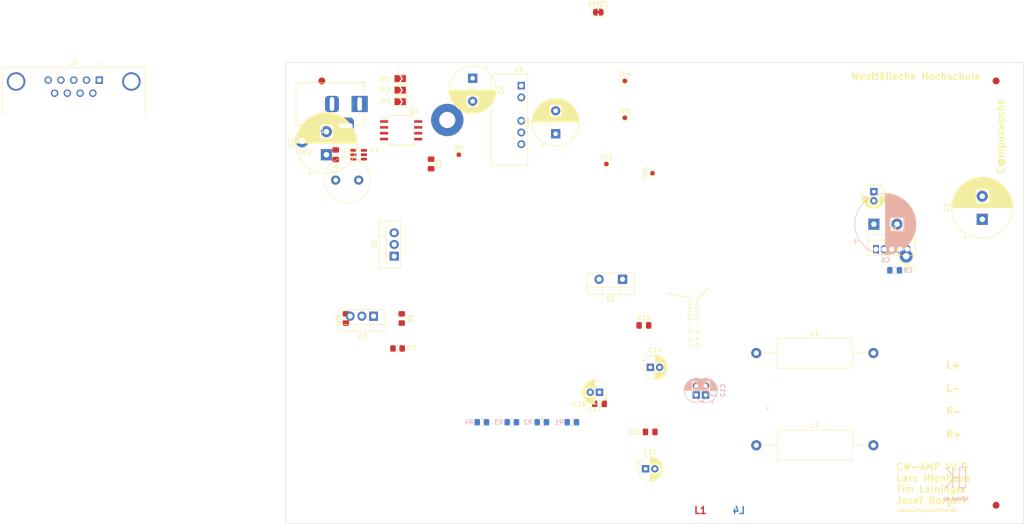
<source format=kicad_pcb>
(kicad_pcb (version 20221018) (generator pcbnew)
  (title_block (comment 4 "AISLER Project ID: ZXJCEKVF"))
  (layers (0 "F.Cu" signal) (31 "B.Cu" signal) (34 "B.Paste" user) (35 "F.Paste" user) (36 "B.SilkS" user "B.Silkscreen") (37 "F.SilkS" user "F.Silkscreen") (38 "B.Mask" user) (39 "F.Mask" user) (44 "Edge.Cuts" user))
  (net 0 "")
  (net 1 "GNDREF")
  (net 2 "Net-(U1-VCAP)")
  (net 3 "V+")
  (net 4 "+5V")
  (net 5 "Net-(U4-+VIN)")
  (net 6 "+5VA")
  (net 7 "Net-(U4--VIN)")
  (net 8 "-5VA")
  (net 9 "/Vin")
  (net 10 "Net-(C11-Pad1)")
  (net 11 "Net-(U4-+VOUT)")
  (net 12 "Net-(U4-Common)")
  (net 13 "Net-(U5-VI)")
  (net 14 "Net-(D1-K)")
  (net 16 "Net-(U2-FB)")
  (net 17 "-5V")
  (net 18 "Net-(U4--VOUT)")
  (net 19 "GND_Input")
  (net 20 "GNDD")
  (net 21 "+12V")
  (net 22 "Net-(U1-GATE)")
  (footprint "Jumper:SolderJumper-2_P1.3mm_Open_TrianglePad1.0x1.5mm" (layer "F.Cu") (at 114.8 61.5)
    (fp_text reference "JP1" (at -3.5 0) (layer "F.SilkS"))
    (fp_text value "Jumper_2_Open")
    (pad "1" smd custom (at -0.725 0) (size 0.3 0.3) (layers "F.Cu" "F.Mask") (net 9 "/Vin") (options (clearance outline) (anchor rect)) (primitives (gr_poly (pts (xy 1 0) (xy 0.5 0.75) (xy -0.5 0.75) (xy -0.5 -0.75) (xy 0.5 -0.75)) (width 0) (fill yes))))
    (pad "2" smd custom (at 0.725 0) (size 0.3 0.3) (layers "F.Cu" "F.Mask") (net 3 "V+") (options (clearance outline) (anchor rect)) (primitives (gr_poly (pts (xy 0.5 0.75) (xy -0.65 0.75) (xy -0.15 0) (xy -0.65 -0.75) (xy 0.5 -0.75)) (width 0) (fill yes))))
  )
  (footprint "MyLib:N-CH-SO-8_5.3x6.2mm_P1.27mm" (layer "F.Cu") (at 115 72.705)
    (fp_text reference "Q1" (at 2.8 -4.13) (layer "F.SilkS"))
    (fp_text value "DMT6012LSS")
    (pad "D" smd rect (at 3.7 -1.905) (size 1.75 0.55) (layers "F.Cu" "F.Paste" "F.Mask") (net 3 "V+"))
    (pad "D" smd rect (at 3.7 -0.635) (size 1.75 0.55) (layers "F.Cu" "F.Paste" "F.Mask") (net 3 "V+"))
    (pad "D" smd rect (at 3.7 0.635) (size 1.75 0.55) (layers "F.Cu" "F.Paste" "F.Mask") (net 3 "V+"))
    (pad "D" smd rect (at 3.7 1.905) (size 1.75 0.55) (layers "F.Cu" "F.Paste" "F.Mask") (net 3 "V+"))
    (pad "G" smd rect (at -3.7 1.905) (size 1.75 0.55) (layers "F.Cu" "F.Paste" "F.Mask") (net 22 "Net-(U1-GATE)"))
    (pad "S" smd rect (at -3.7 -1.905) (size 1.75 0.55) (layers "F.Cu" "F.Paste" "F.Mask") (net 9 "/Vin"))
    (pad "S" smd rect (at -3.7 -0.635) (size 1.75 0.55) (layers "F.Cu" "F.Paste" "F.Mask") (net 9 "/Vin"))
    (pad "S" smd rect (at -3.7 0.635) (size 1.75 0.55) (layers "F.Cu" "F.Paste" "F.Mask") (net 9 "/Vin"))
  )
  (footprint "Connector_BarrelJack:BarrelJack_Horizontal" (layer "F.Cu") (at 106 67)
    (fp_text reference "J1" (at -8.45 5.75) (layer "F.SilkS"))
    (fp_text value "Jack-DC")
    (pad "1" thru_hole rect (at 0 0) (size 3.5 3.5) (drill oval 1 3) (layers "*.Cu" "*.Mask") (net 9 "/Vin"))
    (pad "2" thru_hole roundrect (at -6 0) (size 3 3.5) (drill oval 1 3) (layers "*.Cu" "*.Mask") (net 1 "GNDREF"))
    (pad "3" thru_hole roundrect (at -3 4.7) (size 3.5 3.5) (drill oval 3 1) (layers "*.Cu" "*.Mask"))
  )
  (footprint "Package_TO_SOT_SMD:SOT-23-6" (layer "F.Cu") (at 105.8 78)
    (fp_text reference "U1" (at 3.4 -1) (layer "F.SilkS"))
    (fp_text value "LM74700")
    (pad "1" smd roundrect (at -1.1375 -0.95) (size 1.325 0.6) (layers "F.Cu" "F.Paste" "F.Mask") (net 2 "Net-(U1-VCAP)"))
    (pad "2" smd roundrect (at -1.1375 0) (size 1.325 0.6) (layers "F.Cu" "F.Paste" "F.Mask") (net 1 "GNDREF"))
    (pad "3" smd roundrect (at -1.1375 0.95) (size 1.325 0.6) (layers "F.Cu" "F.Paste" "F.Mask") (net 9 "/Vin"))
    (pad "4" smd roundrect (at 1.1375 0.95) (size 1.325 0.6) (layers "F.Cu" "F.Paste" "F.Mask") (net 3 "V+"))
    (pad "5" smd roundrect (at 1.1375 0) (size 1.325 0.6) (layers "F.Cu" "F.Paste" "F.Mask") (net 22 "Net-(U1-GATE)"))
    (pad "6" smd roundrect (at 1.1375 -0.95) (size 1.325 0.6) (layers "F.Cu" "F.Paste" "F.Mask") (net 9 "/Vin"))
  )
  (footprint "Capacitor_THT:CP_Radial_D5.0mm_P2.00mm" (layer "F.Cu") (at 217.5 86 -90)
    (fp_text reference "C7" (at 1 -3.75 90) (layer "F.SilkS"))
    (fp_text value "4,7µF")
    (pad "1" thru_hole rect (at 0 0 270) (size 1.6 1.6) (drill 0.8) (layers "*.Cu" "*.Mask") (net 5 "Net-(U4-+VIN)"))
    (pad "2" thru_hole circle (at 2 0 270) (size 1.6 1.6) (drill 0.8) (layers "*.Cu" "*.Mask") (net 7 "Net-(U4--VIN)"))
  )
  (footprint "office_amp:SIP-7" (layer "F.Cu") (at 141.05 63.017612 -90)
    (fp_text reference "U4" (at -3.5 0.5 180) (layer "F.SilkS"))
    (fp_text value "TBA_2-2421")
    (pad "1" thru_hole rect (at 0 0 270) (size 1.6 1.6) (drill 1) (layers "*.Cu" "*.Mask") (net 5 "Net-(U4-+VIN)"))
    (pad "2" thru_hole circle (at 2.54 0 270) (size 1.7 1.7) (drill 1) (layers "*.Cu" "*.Mask") (net 7 "Net-(U4--VIN)"))
    (pad "4" thru_hole circle (at 7.62 0 270) (size 1.7 1.7) (drill 1) (layers "*.Cu" "*.Mask") (net 18 "Net-(U4--VOUT)"))
    (pad "5" thru_hole circle (at 10.16 0 270) (size 1.7 1.7) (drill 1) (layers "*.Cu" "*.Mask") (net 12 "Net-(U4-Common)"))
    (pad "6" thru_hole circle (at 12.7 0 270) (size 1.7 1.7) (drill 1) (layers "*.Cu" "*.Mask") (net 11 "Net-(U4-+VOUT)"))
  )
  (footprint "Package_TO_SOT_THT:TO-220-3_Vertical" (layer "F.Cu") (at 113.5 100 90)
    (fp_text reference "U5" (at 2.54 -4.27 90) (layer "F.SilkS"))
    (fp_text value "VXO78012_TO220")
    (pad "1" thru_hole rect (at 0 0 90) (size 1.905 2) (drill 1.1) (layers "*.Cu" "*.Mask") (net 13 "Net-(U5-VI)"))
    (pad "2" thru_hole oval (at 2.54 0 90) (size 1.905 2) (drill 1.1) (layers "*.Cu" "*.Mask") (net 1 "GNDREF"))
    (pad "3" thru_hole oval (at 5.08 0 90) (size 1.905 2) (drill 1.1) (layers "*.Cu" "*.Mask") (net 21 "+12V"))
  )
  (footprint "Capacitor_THT:CP_Radial_D5.0mm_P2.00mm" (layer "F.Cu") (at 168 146.1)
    (fp_text reference "C11" (at 1 -3.75) (layer "F.SilkS"))
    (fp_text value "4,7µF")
    (pad "1" thru_hole rect (at 0 0) (size 1.6 1.6) (drill 0.8) (layers "*.Cu" "*.Mask") (net 10 "Net-(C11-Pad1)"))
    (pad "2" thru_hole circle (at 2 0) (size 1.6 1.6) (drill 0.8) (layers "*.Cu" "*.Mask") (net 1 "GNDREF"))
  )
  (footprint "Capacitor_THT:CP_Radial_D10.0mm_P5.00mm" (layer "F.Cu") (at 130.5 61.417612 -90)
    (fp_text reference "C4" (at 2.5 -6.25 -90) (layer "F.SilkS"))
    (fp_text value "470µF")
    (pad "1" thru_hole rect (at 0 0 270) (size 2 2) (drill 1) (layers "*.Cu" "*.Mask") (net 3 "V+"))
    (pad "2" thru_hole circle (at 5 0 270) (size 2 2) (drill 1) (layers "*.Cu" "*.Mask") (net 1 "GNDREF"))
  )
  (footprint "Capacitor_THT:CP_Radial_D13.0mm_P5.00mm" (layer "F.Cu") (at 241 92 90)
    (fp_text reference "C5" (at 2.5 -7.75 90) (layer "F.SilkS"))
    (fp_text value "1000µF")
    (pad "1" thru_hole rect (at 0 0 90) (size 2.4 2.4) (drill 1.2) (layers "*.Cu" "*.Mask") (net 17 "-5V"))
    (pad "2" thru_hole circle (at 5 0 90) (size 2.4 2.4) (drill 1.2) (layers "*.Cu" "*.Mask") (net 1 "GNDREF"))
  )
  (footprint "Capacitor_THT:CP_Radial_D10.0mm_P5.00mm" (layer "F.Cu") (at 148.5 73.4625 90)
    (fp_text reference "C9" (at 2.5 -6.25 90) (layer "F.SilkS"))
    (fp_text value "470µF")
    (pad "1" thru_hole rect (at 0 0 90) (size 2 2) (drill 1) (layers "*.Cu" "*.Mask") (net 10 "Net-(C11-Pad1)"))
    (pad "2" thru_hole circle (at 5 0 90) (size 2 2) (drill 1) (layers "*.Cu" "*.Mask") (net 1 "GNDREF"))
  )
  (footprint "Package_TO_SOT_THT:TO-220-2_Vertical" (layer "F.Cu") (at 163 105 180)
    (fp_text reference "D1" (at 2.54 -4.27 180) (layer "F.SilkS"))
    (fp_text value "18TQ045")
    (pad "1" thru_hole rect (at 0 0 180) (size 2 2) (drill 1.1) (layers "*.Cu" "*.Mask") (net 14 "Net-(D1-K)"))
    (pad "2" thru_hole oval (at 5.08 0 180) (size 2 2) (drill 1.1) (layers "*.Cu" "*.Mask") (net 17 "-5V"))
  )
  (footprint "Resistor_SMD:R_0805_2012Metric_Pad1.20x1.40mm_HandSolder" (layer "F.Cu") (at 103.025 113.5 90)
    (fp_text reference "R6" (at 0 -1.65 90) (layer "F.SilkS"))
    (fp_text value "0R")
    (pad "1" smd roundrect (at -1 0 90) (size 1.2 1.4) (layers "F.Cu" "F.Paste" "F.Mask") (roundrect_rratio 0.208333) (net 19 "GND_Input"))
    (pad "2" smd roundrect (at 1 0 90) (size 1.2 1.4) (layers "F.Cu" "F.Paste" "F.Mask") (roundrect_rratio 0.208333) (net 12 "Net-(U4-Common)"))
  )
  (footprint "Package_TO_SOT_THT:TO-220-5_Vertical" (layer "F.Cu") (at 217.96 98.5)
    (fp_text reference "U2" (at 3.4 -4.27) (layer "F.SilkS"))
    (fp_text value "LM2576HVT-ADJ")
    (pad "1" thru_hole rect (at 0 0) (size 1.275 1.8) (drill 1.1) (layers "*.Cu" "*.Mask") (net 3 "V+"))
    (pad "2" thru_hole oval (at 1.7 0) (size 1.275 1.8) (drill 1.1) (layers "*.Cu" "*.Mask") (net 14 "Net-(D1-K)"))
    (pad "3" thru_hole oval (at 3.4 0) (size 1.275 1.8) (drill 1.1) (layers "*.Cu" "*.Mask") (net 17 "-5V"))
    (pad "4" thru_hole oval (at 5.1 0) (size 1.275 1.8) (drill 1.1) (layers "*.Cu" "*.Mask") (net 16 "Net-(U2-FB)"))
    (pad "5" thru_hole oval (at 6.8 0) (size 1.275 1.8) (drill 1.1) (layers "*.Cu" "*.Mask") (net 17 "-5V"))
  )
  (footprint "Jumper:SolderJumper-2_P1.3mm_Open_TrianglePad1.0x1.5mm" (layer "F.Cu") (at 114.8 64)
    (fp_text reference "JP2" (at -3.5 0) (layer "F.SilkS"))
    (fp_text value "Jumper_2_Open")
    (pad "1" smd custom (at -0.725 0) (size 0.3 0.3) (layers "F.Cu" "F.Mask") (net 9 "/Vin") (options (clearance outline) (anchor rect)) (primitives (gr_poly (pts (xy 1 0) (xy 0.5 0.75) (xy -0.5 0.75) (xy -0.5 -0.75) (xy 0.5 -0.75)) (width 0) (fill yes))))
    (pad "2" smd custom (at 0.725 0) (size 0.3 0.3) (layers "F.Cu" "F.Mask") (net 3 "V+") (options (clearance outline) (anchor rect)) (primitives (gr_poly (pts (xy 0.5 0.75) (xy -0.65 0.75) (xy -0.15 0) (xy -0.65 -0.75) (xy 0.5 -0.75)) (width 0) (fill yes))))
  )
  (footprint "Capacitor_SMD:C_0805_2012Metric_Pad1.18x1.45mm_HandSolder" (layer "F.Cu") (at 121.5 80 -90)
    (fp_text reference "C3" (at 0 -1.68 -90) (layer "F.SilkS"))
    (fp_text value "100nF")
    (pad "1" smd roundrect (at -1.0375 0 270) (size 1.175 1.45) (layers "F.Cu" "F.Paste" "F.Mask") (roundrect_rratio 0.212766) (net 9 "/Vin"))
    (pad "2" smd roundrect (at 1.0375 0 270) (size 1.175 1.45) (layers "F.Cu" "F.Paste" "F.Mask") (roundrect_rratio 0.212766) (net 2 "Net-(U1-VCAP)"))
  )
  (footprint "Capacitor_SMD:C_0805_2012Metric_Pad1.18x1.45mm_HandSolder" (layer "F.Cu") (at 100.8 78 90)
    (fp_text reference "C1" (at -3.0125 0 90) (layer "F.SilkS"))
    (fp_text value "22nF")
    (pad "1" smd roundrect (at -1.0375 0 90) (size 1.175 1.45) (layers "F.Cu" "F.Paste" "F.Mask") (roundrect_rratio 0.212766) (net 9 "/Vin"))
    (pad "2" smd roundrect (at 1.0375 0 90) (size 1.175 1.45) (layers "F.Cu" "F.Paste" "F.Mask") (roundrect_rratio 0.212766) (net 1 "GNDREF"))
  )
  (footprint "Capacitor_THT:CP_Radial_D13.0mm_P5.00mm" (layer "F.Cu") (at 98.8 78 90)
    (fp_text reference "C2" (at 2.5 -7.75 90) (layer "F.SilkS"))
    (fp_text value "100µF")
    (pad "1" thru_hole rect (at 0 0 90) (size 2.4 2.4) (drill 1.2) (layers "*.Cu" "*.Mask") (net 3 "V+"))
    (pad "2" thru_hole circle (at 5 0 90) (size 2.4 2.4) (drill 1.2) (layers "*.Cu" "*.Mask") (net 1 "GNDREF"))
  )
  (footprint "Resistor_SMD:R_0805_2012Metric_Pad1.20x1.40mm_HandSolder" (layer "F.Cu") (at 115.125 113.5 90)
    (fp_text reference "R5" (at 0 2 90) (layer "F.SilkS"))
    (fp_text value "0R")
    (pad "1" smd roundrect (at -1 0 90) (size 1.2 1.4) (layers "F.Cu" "F.Paste" "F.Mask") (roundrect_rratio 0.208333) (net 6 "+5VA"))
    (pad "2" smd roundrect (at 1 0 90) (size 1.2 1.4) (layers "F.Cu" "F.Paste" "F.Mask") (roundrect_rratio 0.208333) (net 11 "Net-(U4-+VOUT)"))
  )
  (footprint "Resistor_SMD:R_0805_2012Metric_Pad1.20x1.40mm_HandSolder" (layer "F.Cu") (at 114.225 120)
    (fp_text reference "R7" (at 3 0) (layer "F.SilkS"))
    (fp_text value "0R")
    (pad "1" smd roundrect (at -1 0) (size 1.2 1.4) (layers "F.Cu" "F.Paste" "F.Mask") (roundrect_rratio 0.208333) (net 8 "-5VA"))
    (pad "2" smd roundrect (at 1 0) (size 1.2 1.4) (layers "F.Cu" "F.Paste" "F.Mask") (roundrect_rratio 0.208333) (net 18 "Net-(U4--VOUT)"))
  )
  (footprint "Capacitor_THT:CP_Radial_D5.0mm_P2.00mm" (layer "F.Cu") (at 158 129.5 180)
    (fp_text reference "C17" (at 1 -3.75 180) (layer "F.SilkS"))
    (fp_text value "10µF")
    (pad "1" thru_hole rect (at 0 0 180) (size 1.6 1.6) (drill 0.8) (layers "*.Cu" "*.Mask") (net 21 "+12V"))
    (pad "2" thru_hole circle (at 2 0 180) (size 1.6 1.6) (drill 0.8) (layers "*.Cu" "*.Mask") (net 1 "GNDREF"))
  )
  (footprint "Inductor_THT:L_Axial_L16.0mm_D6.3mm_P25.40mm_Horizontal_Fastron_VHBCC" (layer "F.Cu") (at 192 121)
    (fp_text reference "L1" (at 12.7 -4.27) (layer "F.SilkS"))
    (fp_text value "56µH")
    (pad "1" thru_hole circle (at 0 0) (size 2.2 2.2) (drill 1.1) (layers "*.Cu" "*.Mask") (net 14 "Net-(D1-K)"))
    (pad "2" thru_hole oval (at 25.4 0) (size 2.2 2.2) (drill 1.1) (layers "*.Cu" "*.Mask") (net 1 "GNDREF"))
  )
  (footprint "Capacitor_SMD:C_0805_2012Metric_Pad1.18x1.45mm_HandSolder" (layer "F.Cu") (at 169 138.1)
    (fp_text reference "C15" (at -3.427918 0.01) (layer "F.SilkS"))
    (fp_text value "100nF")
    (pad "1" smd roundrect (at -1.0375 0) (size 1.175 1.45) (layers "F.Cu" "F.Paste" "F.Mask") (roundrect_rratio 0.212766) (net 6 "+5VA"))
    (pad "2" smd roundrect (at 1.0375 0) (size 1.175 1.45) (layers "F.Cu" "F.Paste" "F.Mask") (roundrect_rratio 0.212766) (net 19 "GND_Input"))
  )
  (footprint "Capacitor_THT:CP_Radial_D5.0mm_P2.00mm" (layer "F.Cu") (at 169.0375 124.1)
    (fp_text reference "C14" (at 1 -3.75) (layer "F.SilkS"))
    (fp_text value "10µF")
    (pad "1" thru_hole rect (at 0 0) (size 1.6 1.6) (drill 0.8) (layers "*.Cu" "*.Mask") (net 13 "Net-(U5-VI)"))
    (pad "2" thru_hole circle (at 2 0) (size 1.6 1.6) (drill 0.8) (layers "*.Cu" "*.Mask") (net 1 "GNDREF"))
  )
  (footprint "Inductor_THT:L_Axial_L16.0mm_D6.3mm_P25.40mm_Horizontal_Fastron_VHBCC" (layer "F.Cu") (at 192 141)
    (fp_text reference "L2" (at 12.7 -4.27) (layer "F.SilkS"))
    (fp_text value "56µH")
    (pad "1" thru_hole circle (at 0 0) (size 2.2 2.2) (drill 1.1) (layers "*.Cu" "*.Mask") (net 3 "V+"))
    (pad "2" thru_hole oval (at 25.4 0) (size 2.2 2.2) (drill 1.1) (layers "*.Cu" "*.Mask") (net 10 "Net-(C11-Pad1)"))
  )
  (footprint "Capacitor_SMD:C_0805_2012Metric_Pad1.18x1.45mm_HandSolder" (layer "F.Cu") (at 167.632323 115)
    (fp_text reference "C10" (at 0 -1.68) (layer "F.SilkS"))
    (fp_text value "100nF")
    (pad "1" smd roundrect (at -1.0375 0) (size 1.175 1.45) (layers "F.Cu" "F.Paste" "F.Mask") (roundrect_rratio 0.212766) (net 4 "+5V"))
    (pad "2" smd roundrect (at 1.0375 0) (size 1.175 1.45) (layers "F.Cu" "F.Paste" "F.Mask") (roundrect_rratio 0.212766) (net 1 "GNDREF"))
  )
  (footprint "Capacitor_SMD:C_0805_2012Metric_Pad1.18x1.45mm_HandSolder" (layer "F.Cu") (at 158 132 180)
    (fp_text reference "C16" (at 4.3 0) (layer "F.SilkS"))
    (fp_text value "100nF")
    (pad "1" smd roundrect (at -1.0375 0 180) (size 1.175 1.45) (layers "F.Cu" "F.Paste" "F.Mask") (roundrect_rratio 0.212766) (net 19 "GND_Input"))
    (pad "2" smd roundrect (at 1.0375 0 180) (size 1.175 1.45) (layers "F.Cu" "F.Paste" "F.Mask") (roundrect_rratio 0.212766) (net 8 "-5VA"))
  )
  (footprint "Connector_Dsub:DSUB-9_Female_Horizontal_P2.77x2.84mm_EdgePinOffset4.94mm_Housed_MountingHolesOffset7.48mm" (layer "F.Cu") (at 49.55 61.819669)
    (fp_text reference "J2" (at -5.54 -3.7) (layer "F.SilkS"))
    (fp_text value "Conn_01x09_Socket")
    (pad "0" thru_hole circle (at -18.04 0.3) (size 4 4) (drill 3.2) (layers "*.Cu" "*.Mask"))
    (pad "0" thru_hole circle (at 6.96 0.3) (size 4 4) (drill 3.2) (layers "*.Cu" "*.Mask"))
    (pad "1" thru_hole rect (at 0 0) (size 1.6 1.6) (drill 1) (layers "*.Cu" "*.Mask") (net 1 "GNDREF"))
    (pad "2" thru_hole circle (at -2.77 0) (size 1.6 1.6) (drill 1) (layers "*.Cu" "*.Mask") (net 3 "V+"))
    (pad "3" thru_hole circle (at -5.54 0) (size 1.6 1.6) (drill 1) (layers "*.Cu" "*.Mask") (net 21 "+12V"))
    (pad "4" thru_hole circle (at -8.31 0) (size 1.6 1.6) (drill 1) (layers "*.Cu" "*.Mask") (net 4 "+5V"))
    (pad "5" thru_hole circle (at -11.08 0) (size 1.6 1.6) (drill 1) (layers "*.Cu" "*.Mask") (net 17 "-5V"))
    (pad "6" thru_hole circle (at -1.385 2.84) (size 1.6 1.6) (drill 1) (layers "*.Cu" "*.Mask") (net 6 "+5VA"))
    (pad "7" thru_hole circle (at -4.155 2.84) (size 1.6 1.6) (drill 1) (layers "*.Cu" "*.Mask") (net 19 "GND_Input"))
    (pad "8" thru_hole circle (at -6.925 2.84) (size 1.6 1.6) (drill 1) (layers "*.Cu" "*.Mask") (net 8 "-5VA"))
    (pad "9" thru_hole circle (at -9.695 2.84) (size 1.6 1.6) (drill 1) (layers "*.Cu" "*.Mask"))
  )
  (footprint "TestPoint:TestPoint_Loop_D2.60mm_Drill1.4mm_Beaded" (layer "F.Cu") (at 93.5 75)
    (fp_text reference "TP2" (at 0.7 2.5) (layer "F.SilkS"))
    (fp_text value "TestPoint")
    (pad "1" thru_hole circle (at 0 0) (size 2.8 2.8) (drill 1.4) (layers "*.Cu" "*.Mask") (net 1 "GNDREF"))
  )
  (footprint "TestPoint:TestPoint_Loop_D2.60mm_Drill1.4mm_Beaded" (layer "F.Cu") (at 224.5 100)
    (fp_text reference "TP7" (at 0.7 2.5) (layer "F.SilkS"))
    (fp_text value "TestPoint")
    (pad "1" thru_hole circle (at 0 0) (size 2.8 2.8) (drill 1.4) (layers "*.Cu" "*.Mask") (net 19 "GND_Input"))
  )
  (footprint "Jumper:SolderJumper-2_P1.3mm_Open_TrianglePad1.0x1.5mm" (layer "F.Cu") (at 114.8 66.5)
    (fp_text reference "JP3" (at -3.5 0) (layer "F.SilkS"))
    (fp_text value "Jumper_2_Open")
    (pad "1" smd custom (at -0.725 0) (size 0.3 0.3) (layers "F.Cu" "F.Mask") (net 9 "/Vin") (options (clearance outline) (anchor rect)) (primitives (gr_poly (pts (xy 1 0) (xy 0.5 0.75) (xy -0.5 0.75) (xy -0.5 -0.75) (xy 0.5 -0.75)) (width 0) (fill yes))))
    (pad "2" smd custom (at 0.725 0) (size 0.3 0.3) (layers "F.Cu" "F.Mask") (net 3 "V+") (options (clearance outline) (anchor rect)) (primitives (gr_poly (pts (xy 0.5 0.75) (xy -0.65 0.75) (xy -0.15 0) (xy -0.65 -0.75) (xy 0.5 -0.75)) (width 0) (fill yes))))
  )
  (footprint "Fiducial:Fiducial_1.5mm_Mask3mm" (layer "F.Cu") (at 97.8 62)
    (fp_text reference "FID1")
    (fp_text value "Fiducial")
    (pad "" smd circle (at 0 0) (size 1.5 1.5) (layers "F.Cu" "F.Mask") (clearance 0.75))
  )
  (footprint "TestPoint:TestPoint_Pad_D1.0mm" (layer "F.Cu") (at 127.5 78)
    (fp_text reference "TP1" (at 0 -1.448) (layer "F.SilkS"))
    (fp_text value "TestPoint")
    (pad "1" smd circle (at 0 0) (size 1 1) (layers "F.Cu" "F.Mask") (net 3 "V+"))
  )
  (footprint "Fiducial:Fiducial_1.5mm_Mask3mm" (layer "F.Cu") (at 244 62)
    (fp_text reference "FID2")
    (fp_text value "Fiducial")
    (pad "" smd circle (at 0 0) (size 1.5 1.5) (layers "F.Cu" "F.Mask") (clearance 0.75))
  )
  (footprint "TestPoint:TestPoint_Pad_D1.0mm" (layer "F.Cu") (at 159.5 80)
    (fp_text reference "TP3" (at 0 -1.448) (layer "F.SilkS"))
    (fp_text value "TestPoint")
    (pad "1" smd circle (at 0 0) (size 1 1) (layers "F.Cu" "F.Mask") (net 17 "-5V"))
  )
  (footprint "office_amp:L_Radial_D10.0mm_P5.00mm" (layer "F.Cu") (at 100.8 83.5)
    (fp_text reference "L3" (at 2.5 -6.25) (layer "F.SilkS"))
    (fp_text value "12µH" hide)
    (pad "1" thru_hole circle (at 0 0) (size 2 2) (drill 1) (layers "*.Cu" "*.Mask") (net 10 "Net-(C11-Pad1)"))
    (pad "2" thru_hole circle (at 5 0) (size 2 2) (drill 1) (layers "*.Cu" "*.Mask") (net 13 "Net-(U5-VI)"))
  )
  (footprint "TestPoint:TestPoint_Pad_D1.0mm" (layer "F.Cu") (at 163.5 70)
    (fp_text reference "TP5" (at 0 -1.448) (layer "F.SilkS"))
    (fp_text value "TestPoint")
    (pad "1" smd circle (at 0 0) (size 1 1) (layers "F.Cu" "F.Mask") (net 6 "+5VA"))
  )
  (footprint "MountingHole:MountingHole_3.5mm_Pad" (layer "F.Cu") (at 125 70.467612)
    (fp_text reference "REF**")
    (fp_text value "MountingHole_3.5mm_Pad")
    (pad "1" thru_hole circle (at 0 0) (size 7 7) (drill 3.5) (layers "*.Cu" "*.Mask"))
  )
  (footprint "Package_TO_SOT_THT:TO-220-3_Vertical" (layer "F.Cu") (at 109.025 113 180)
    (fp_text reference "U3" (at 2.54 -4.27 180) (layer "F.SilkS"))
    (fp_text value "LM7805_TO220")
    (pad "1" thru_hole rect (at 0 0 180) (size 1.905 2) (drill 1.1) (layers "*.Cu" "*.Mask") (net 21 "+12V"))
    (pad "2" thru_hole oval (at 2.54 0 180) (size 1.905 2) (drill 1.1) (layers "*.Cu" "*.Mask") (net 1 "GNDREF"))
    (pad "3" thru_hole oval (at 5.08 0 180) (size 1.905 2) (drill 1.1) (layers "*.Cu" "*.Mask") (net 4 "+5V"))
  )
  (footprint "Fiducial:Fiducial_1.5mm_Mask3mm" (layer "F.Cu") (at 244 154)
    (fp_text reference "FID3")
    (fp_text value "Fiducial")
    (pad "" smd circle (at 0 0) (size 1.5 1.5) (layers "F.Cu" "F.Mask") (clearance 0.75))
  )
  (footprint "TestPoint:TestPoint_Pad_D1.0mm" (layer "F.Cu") (at 163.5 62)
    (fp_text reference "TP4" (at 0 -1.448) (layer "F.SilkS"))
    (fp_text value "TestPoint")
    (pad "1" smd circle (at 0 0) (size 1 1) (layers "F.Cu" "F.Mask") (net 21 "+12V"))
  )
  (footprint "TestPoint:TestPoint_Pad_D1.0mm" (layer "F.Cu") (at 169.5 82 90)
    (fp_text reference "TP6" (at 0 -1.448 90) (layer "F.SilkS"))
    (fp_text value "TestPoint")
    (pad "1" smd circle (at 0 0 90) (size 1 1) (layers "F.Cu" "F.Mask") (net 8 "-5VA"))
  )
  (footprint "Jumper:SolderJumper-2_P1.3mm_Bridged_RoundedPad1.0x1.5mm" (layer "F.Cu") (at 157.75 47.1)
    (fp_text reference "STAR1" (at 0 -1.8) (layer "F.SilkS"))
    (fp_text value "SolderJumper_2_Bridged")
    (fp_poly (pts (xy 0.25 -0.3) (xy -0.25 -0.3) (xy -0.25 0.3) (xy 0.25 0.3)) (fill solid) (layer "F.Cu"))
    (pad "1" smd custom (at -0.65 0) (size 1 0.5) (layers "F.Cu" "F.Mask") (net 20 "GNDD") (options (clearance outline) (anchor rect)) (primitives (gr_circle (center 0 0.25) (end 0.5 0.25) (width 0) (fill yes)) (gr_circle (center 0 -0.25) (end 0.5 -0.25) (width 0) (fill yes)) (gr_poly (pts (xy 0.5 0.75) (xy 0 0.75) (xy 0 -0.75) (xy 0.5 -0.75)) (width 0) (fill yes))))
    (pad "2" smd custom (at 0.65 0) (size 1 0.5) (layers "F.Cu" "F.Mask") (net 1 "GNDREF") (options (clearance outline) (anchor rect)) (primitives (gr_circle (center 0 0.25) (end 0.5 0.25) (width 0) (fill yes)) (gr_circle (center 0 -0.25) (end 0.5 -0.25) (width 0) (fill yes)) (gr_poly (pts (xy 0 0.75) (xy -0.5 0.75) (xy -0.5 -0.75) (xy 0 -0.75)) (width 0) (fill yes))))
  )
  (footprint "Capacitor_THT:CP_Radial_D13.0mm_P5.00mm" (layer "B.Cu") (at 217.5 93.055)
    (fp_text reference "C6" (at 2.5 7.75 180) (layer "B.SilkS") (effects (justify mirror)))
    (fp_text value "1000µF")
    (pad "1" thru_hole rect (at 0 0) (size 2.4 2.4) (drill 1.2) (layers "*.Cu" "*.Mask") (net 17 "-5V"))
    (pad "2" thru_hole circle (at 5 0) (size 2.4 2.4) (drill 1.2) (layers "*.Cu" "*.Mask") (net 1 "GNDREF"))
  )
  (footprint "Capacitor_SMD:C_0805_2012Metric_Pad1.18x1.45mm_HandSolder" (layer "B.Cu") (at 222 103.055 180)
    (fp_text reference "C8" (at -2.8625 0) (layer "B.SilkS") (effects (justify mirror)))
    (fp_text value "100nF")
    (pad "1" smd roundrect (at -1.0375 0 180) (size 1.175 1.45) (layers "B.Cu" "B.Paste" "B.Mask") (roundrect_rratio 0.212766) (net 21 "+12V"))
    (pad "2" smd roundrect (at 1.0375 0 180) (size 1.175 1.45) (layers "B.Cu" "B.Paste" "B.Mask") (roundrect_rratio 0.212766) (net 1 "GNDREF"))
  )
  (footprint "Capacitor_THT:CP_Radial_D5.0mm_P2.00mm" (layer "B.Cu") (at 179 130.1 90)
    (fp_text reference "C13" (at 1 3.75 270) (layer "B.SilkS") (effects (justify mirror)))
    (fp_text value "4,7µF")
    (pad "1" thru_hole rect (at 0 0 90) (size 1.6 1.6) (drill 0.8) (layers "*.Cu" "*.Mask") (net 12 "Net-(U4-Common)"))
    (pad "2" thru_hole circle (at 2 0 90) (size 1.6 1.6) (drill 0.8) (layers "*.Cu" "*.Mask") (net 18 "Net-(U4--VOUT)"))
  )
  (footprint "Resistor_SMD:R_0805_2012Metric_Pad1.20x1.40mm_HandSolder" (layer "B.Cu") (at 152 136 180)
    (fp_text reference "R1" (at 2.75 0) (layer "B.SilkS") (effects (justify mirror)))
    (fp_text value "3k2")
    (pad "1" smd roundrect (at -1 0 180) (size 1.2 1.4) (layers "B.Cu" "B.Paste" "B.Mask") (roundrect_rratio 0.208333) (net 1 "GNDREF"))
    (pad "2" smd roundrect (at 1 0 180) (size 1.2 1.4) (layers "B.Cu" "B.Paste" "B.Mask") (roundrect_rratio 0.208333) (net 16 "Net-(U2-FB)"))
  )
  (footprint "Resistor_SMD:R_0805_2012Metric_Pad1.20x1.40mm_HandSolder" (layer "B.Cu") (at 145.5 136 180)
    (fp_text reference "R2" (at 3 0) (layer "B.SilkS") (effects (justify mirror)))
    (fp_text value "1k")
    (pad "1" smd roundrect (at -1 0 180) (size 1.2 1.4) (layers "B.Cu" "B.Paste" "B.Mask") (roundrect_rratio 0.208333) (net 16 "Net-(U2-FB)"))
    (pad "2" smd roundrect (at 1 0 180) (size 1.2 1.4) (layers "B.Cu" "B.Paste" "B.Mask") (roundrect_rratio 0.208333) (net 17 "-5V"))
  )
  (footprint "Resistor_SMD:R_0805_2012Metric_Pad1.20x1.40mm_HandSolder" (layer "B.Cu") (at 139 136 180)
    (fp_text reference "R3" (at 2.85 0) (layer "B.SilkS") (effects (justify mirror)))
    (fp_text value "10R")
    (pad "1" smd roundrect (at -1 0 180) (size 1.2 1.4) (layers "B.Cu" "B.Paste" "B.Mask") (roundrect_rratio 0.208333) (net 5 "Net-(U4-+VIN)"))
    (pad "2" smd roundrect (at 1 0 180) (size 1.2 1.4) (layers "B.Cu" "B.Paste" "B.Mask") (roundrect_rratio 0.208333) (net 3 "V+"))
  )
  (footprint "Resistor_SMD:R_0805_2012Metric_Pad1.20x1.40mm_HandSolder" (layer "B.Cu") (at 132.5 136)
    (fp_text reference "R4" (at -2.85 0) (layer "B.SilkS") (effects (justify mirror)))
    (fp_text value "10R")
    (pad "1" smd roundrect (at -1 0) (size 1.2 1.4) (layers "B.Cu" "B.Paste" "B.Mask") (roundrect_rratio 0.208333) (net 7 "Net-(U4--VIN)"))
    (pad "2" smd roundrect (at 1 0) (size 1.2 1.4) (layers "B.Cu" "B.Paste" "B.Mask") (roundrect_rratio 0.208333) (net 1 "GNDREF"))
  )
  (footprint "Capacitor_THT:CP_Radial_D5.0mm_P2.00mm" (layer "B.Cu") (at 181 130.1 90)
    (fp_text reference "C12" (at 1 3.75 270) (layer "B.SilkS") (effects (justify mirror)))
    (fp_text value "4,7µF")
    (pad "1" thru_hole rect (at 0 0 90) (size 1.6 1.6) (drill 0.8) (layers "*.Cu" "*.Mask") (net 11 "Net-(U4-+VOUT)"))
    (pad "2" thru_hole circle (at 2 0 90) (size 1.6 1.6) (drill 0.8) (layers "*.Cu" "*.Mask") (net 12 "Net-(U4-Common)"))
  )
  (gr_line (start 233.5 150.2) (end 233.1 150.2) (stroke (width 0.15)) (layer "B.SilkS"))
  (gr_line (start 234.6 145.8) (end 234.6 150.2) (stroke (width 0.15)) (layer "B.SilkS"))
  (gr_line (start 233.1 145.8) (end 234.6 147.6) (stroke (width 0.15)) (layer "B.SilkS"))
  (gr_line (start 236 150.2) (end 237.4 150.2) (stroke (width 0.15)) (layer "B.SilkS"))
  (gr_line (start 236.7 144.8) (end 236.7 145.8) (stroke (width 0.15)) (layer "B.SilkS"))
  (gr_line (start 233.1 149.7) (end 233.1 150.2) (stroke (width 0.15)) (layer "B.SilkS"))
  (gr_line (start 233.1 150.2) (end 234.6 148.4) (stroke (width 0.15)) (layer "B.SilkS"))
  (gr_line (start 237.4 150.2) (end 237.4 145.8) (stroke (width 0.15)) (layer "B.SilkS"))
  (gr_line (start 237.4 145.8) (end 236 145.8) (stroke (width 0.15)) (layer "B.SilkS"))
  (gr_line (start 194.5 132.7) (end 194.5 133.2) (stroke (width 0.15)) (layer "B.SilkS"))
  (gr_line (start 236.7 151.2) (end 236.7 150.2) (stroke (width 0.15)) (layer "B.SilkS"))
  (gr_line (start 236 145.8) (end 236 150.2) (stroke (width 0.15)) (layer "B.SilkS"))
  (gr_line (start 236 148) (end 234.6 148) (stroke (width 0.15)) (layer "B.SilkS"))
  (gr_line (start 172.5 108) (end 177.5 109) (stroke (width 0.15)) (layer "F.SilkS"))
  (gr_line (start 181.5 107) (end 179.5 109) (stroke (width 0.15)) (layer "F.SilkS"))
  (gr_line (start 90 58) (end 250 58) (stroke (width 0.1)) (layer "Edge.Cuts"))
  (gr_line (start 250 158) (end 90 158) (stroke (width 0.1)) (layer "Edge.Cuts"))
  (gr_line (start 250 58) (end 250 158) (stroke (width 0.1)) (layer "Edge.Cuts"))
  (gr_line (start 90 158) (end 90 58) (stroke (width 0.1)) (layer "Edge.Cuts"))
  (gr_text "L1" (at 179.9 155.1) (layer "F.Cu") (effects (font (size 1.5 1.5) (thickness 0.3))))
  (gr_text "L4" (at 188.2 155.1) (layer "B.Cu") (effects (font (size 1.5 1.5) (thickness 0.3)) (justify mirror)))
  (gr_text "42Volt.de" (at 235.3 152.6) (layer "B.SilkS") (effects (font (size 0.8 0.8)) (justify mirror)))
  (gr_text "R-" (at 233 133.6) (layer "F.SilkS") (effects (font (size 1.5 1.5) (thickness 0.3)) (justify left)))
  (gr_text "Westfälische Hochschule" (at 212.5 61) (layer "F.SilkS") (effects (font (size 1.5 1.5) (thickness 0.3)) (justify left)))
  (gr_text "L+" (at 233 123.6) (layer "F.SilkS") (effects (font (size 1.5 1.5) (thickness 0.3)) (justify left)))
  (gr_text "CW-AMP V1.3\nLars Nienhaus\nTim Leininger\nJosef Borgert" (at 222.15 149.3) (layer "F.SilkS") (effects (font (size 1.5 1.5) (thickness 0.3)) (justify left)))
  (gr_text "Analog-IN ext.\nAnalog-IN int." (at 178.5 109 -90) (layer "F.SilkS") (effects (font (size 1 1) (thickness 0.1)) (justify left)))
  (gr_text "R+\n" (at 233 138.6) (layer "F.SilkS") (effects (font (size 1.5 1.5) (thickness 0.3)) (justify left)))
  (gr_text "www.campuswoche.de" (at 222.5 155) (layer "F.SilkS") (effects (font (size 0.8 0.8)) (justify left)))
  (gr_text "C@mpuswoche" (at 245 74 90) (layer "F.SilkS") (effects (font (size 1.5 1.5) (thickness 0.3))))
  (gr_text "L-" (at 233 128.6) (layer "F.SilkS") (effects (font (size 1.5 1.5) (thickness 0.3)) (justify left)))
)
</source>
